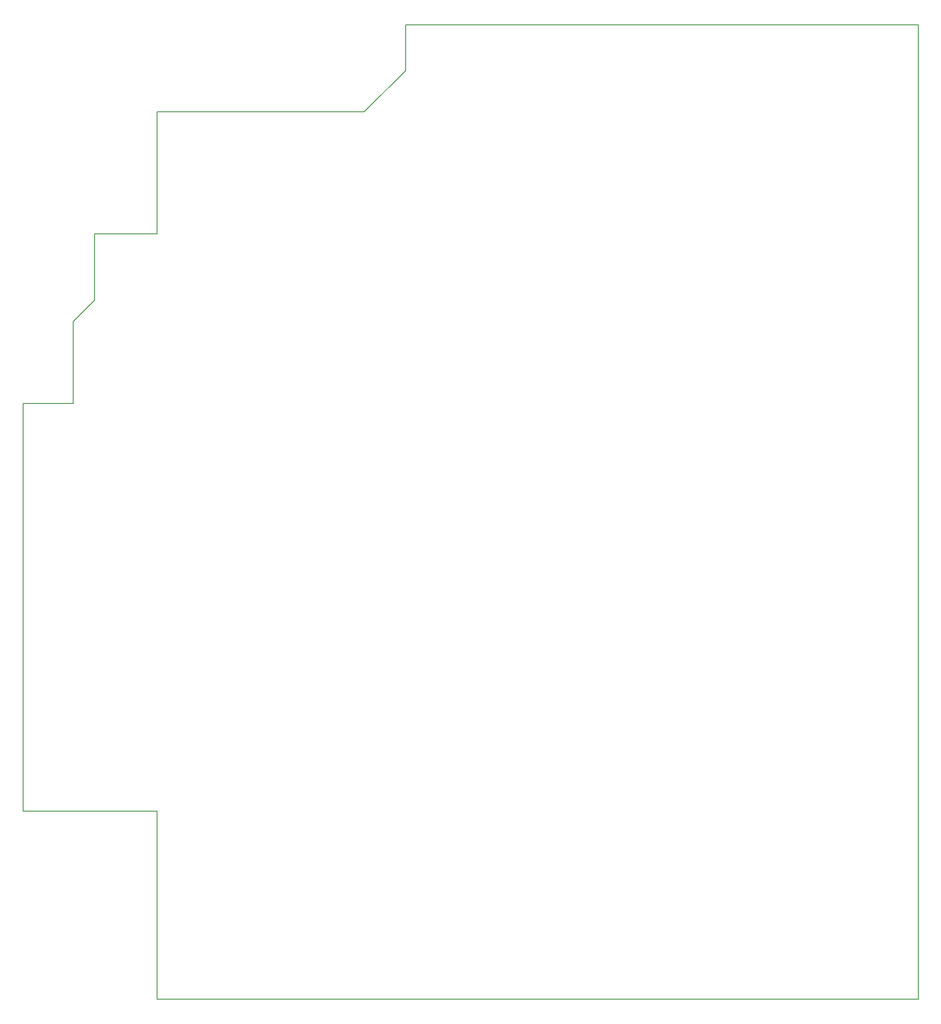
<source format=gm1>
G04 #@! TF.FileFunction,Profile,NP*
%FSLAX46Y46*%
G04 Gerber Fmt 4.6, Leading zero omitted, Abs format (unit mm)*
G04 Created by KiCad (PCBNEW 4.0.7-e2-6376~61~ubuntu18.04.1) date Mon May 30 11:29:29 2022*
%MOMM*%
%LPD*%
G01*
G04 APERTURE LIST*
%ADD10C,0.150000*%
%ADD11C,0.200000*%
G04 APERTURE END LIST*
D10*
D11*
X63390000Y-111490000D02*
X63390000Y-87350000D01*
X50960000Y-111490000D02*
X63390000Y-111490000D01*
X50960000Y-124590000D02*
X50960000Y-111490000D01*
X46770000Y-128780000D02*
X50960000Y-124590000D01*
X46770000Y-145000000D02*
X46770000Y-128780000D01*
X36820000Y-145000000D02*
X46770000Y-145000000D01*
X63390000Y-225550000D02*
X63390000Y-262740000D01*
X36820000Y-225550000D02*
X63390000Y-225550000D01*
X36820000Y-145000000D02*
X36820000Y-225550000D01*
X104330000Y-87350000D02*
X63390000Y-87350000D01*
X112510000Y-79170000D02*
X104330000Y-87350000D01*
X112510000Y-70160000D02*
X112510000Y-79170000D01*
X213990000Y-70160000D02*
X112510000Y-70160000D01*
X213990000Y-262740000D02*
X213990000Y-70160000D01*
X63390000Y-262740000D02*
X213990000Y-262740000D01*
M02*

</source>
